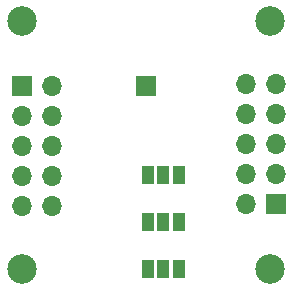
<source format=gbr>
%TF.GenerationSoftware,KiCad,Pcbnew,(6.0.7)*%
%TF.CreationDate,2022-09-23T22:10:56-05:00*%
%TF.ProjectId,PCA9535,50434139-3533-4352-9e6b-696361645f70,rev?*%
%TF.SameCoordinates,Original*%
%TF.FileFunction,Soldermask,Bot*%
%TF.FilePolarity,Negative*%
%FSLAX46Y46*%
G04 Gerber Fmt 4.6, Leading zero omitted, Abs format (unit mm)*
G04 Created by KiCad (PCBNEW (6.0.7)) date 2022-09-23 22:10:56*
%MOMM*%
%LPD*%
G01*
G04 APERTURE LIST*
%ADD10C,2.500000*%
%ADD11R,1.700000X1.700000*%
%ADD12O,1.700000X1.700000*%
%ADD13R,1.000000X1.500000*%
G04 APERTURE END LIST*
D10*
%TO.C,H3*%
X139500000Y-92500000D03*
%TD*%
%TO.C,H4*%
X118500000Y-92500000D03*
%TD*%
D11*
%TO.C,J6*%
X140000000Y-87000000D03*
D12*
X137460000Y-87000000D03*
X140000000Y-84460000D03*
X137460000Y-84460000D03*
X140000000Y-81920000D03*
X137460000Y-81920000D03*
X140000000Y-79380000D03*
X137460000Y-79380000D03*
X140000000Y-76840000D03*
X137460000Y-76840000D03*
%TD*%
D11*
%TO.C,J4*%
X129000000Y-77000000D03*
%TD*%
%TO.C,J3*%
X118500000Y-77000000D03*
D12*
X121040000Y-77000000D03*
X118500000Y-79540000D03*
X121040000Y-79540000D03*
X118500000Y-82080000D03*
X121040000Y-82080000D03*
X118500000Y-84620000D03*
X121040000Y-84620000D03*
X118500000Y-87160000D03*
X121040000Y-87160000D03*
%TD*%
D10*
%TO.C,H2*%
X139500000Y-71500000D03*
%TD*%
%TO.C,H1*%
X118500000Y-71500000D03*
%TD*%
D13*
%TO.C,JP1*%
X131800000Y-84500000D03*
X130500000Y-84500000D03*
X129200000Y-84500000D03*
%TD*%
%TO.C,JP2*%
X131800000Y-88500000D03*
X130500000Y-88500000D03*
X129200000Y-88500000D03*
%TD*%
%TO.C,JP3*%
X131800000Y-92500000D03*
X130500000Y-92500000D03*
X129200000Y-92500000D03*
%TD*%
M02*

</source>
